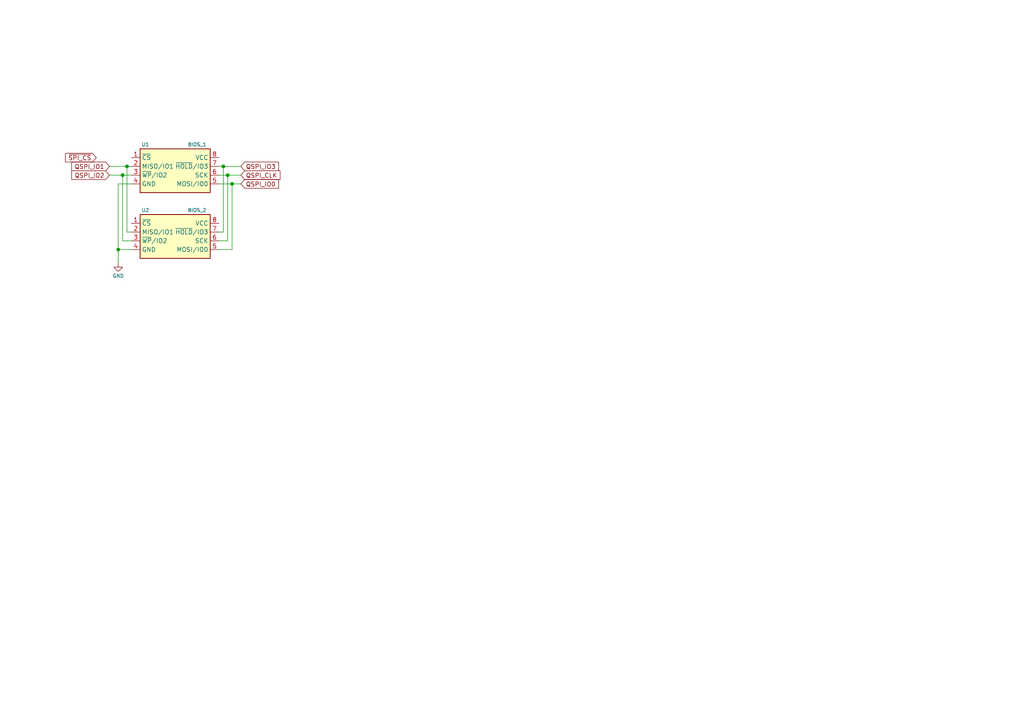
<source format=kicad_sch>
(kicad_sch (version 20231120) (generator "eeschema") (generator_version "8.0")
  (paper "A4")
  (lib_symbols
    (symbol "SPI_flash_1"
      (property "Reference" "U1" (at -8.636 6.35 0))
      (property "Value" "BIOS_1" (at 6.35 6.35 0))
      (symbol "SPI_flash_1_1_1"
        (rectangle (start -10.16 5.08) (end 10.16 -7.62) (stroke (width 0.254)) (fill (type background)))
        (pin input line (at -12.7 2.54 0) (length 2.54) (name "~{CS}") (number "1"))
        (pin tri_state line (at -12.7 0 0) (length 2.54) (name "MISO/IO1") (number "2"))
        (pin input line (at -12.7 -2.54 0) (length 2.54) (name "~{WP}/IO2") (number "3"))
        (pin power_in line (at -12.7 -5.08 0) (length 2.54) (name "GND") (number "4"))
        (pin input line (at 12.7 -5.08 180) (length 2.54) (name "MOSI/IO0") (number "5"))
        (pin input line (at 12.7 -2.54 180) (length 2.54) (name "SCK") (number "6"))
        (pin input line (at 12.7 0 180) (length 2.54) (name "~{HOLD}/IO3") (number "7"))
        (pin power_in line (at 12.7 2.54 180) (length 2.54) (name "VCC") (number "8"))
      )
    )
    (symbol "power:GND" (power) (pin_numbers hide) (pin_names (offset 0) hide)
      (property "Value" "GND" (at 0 -3.81 0))
      (symbol "GND_0_1"
        (polyline (pts (xy 0 0) (xy 0 -1.27) (xy 1.27 -1.27) (xy 0 -2.54) (xy -1.27 -1.27) (xy 0 -1.27)))
      )
      (symbol "GND_1_1"
        (pin power_in line (at 0 0 270) (length 0) (name "~") (number "1"))
      )
    )
  )
  (junction (at 64.77 48.26))
  (junction (at 35.56 50.8))
  (junction (at 66.04 50.8))
  (junction (at 36.83 48.26))
  (junction (at 67.31 53.34))
  (junction (at 34.29 72.39))
  (wire (pts (xy 63.5 67.31) (xy 64.77 67.31)))
  (wire (pts (xy 63.5 69.85) (xy 66.04 69.85)))
  (wire (pts (xy 34.29 76.2) (xy 34.29 72.39)))
  (wire (pts (xy 67.31 53.34) (xy 67.31 72.39)))
  (wire (pts (xy 69.85 50.8) (xy 66.04 50.8)))
  (wire (pts (xy 34.29 72.39) (xy 34.29 53.34)))
  (wire (pts (xy 63.5 72.39) (xy 67.31 72.39)))
  (wire (pts (xy 36.83 48.26) (xy 36.83 67.31)))
  (wire (pts (xy 38.1 69.85) (xy 35.56 69.85)))
  (wire (pts (xy 38.1 67.31) (xy 36.83 67.31)))
  (wire (pts (xy 34.29 72.39) (xy 38.1 72.39)))
  (wire (pts (xy 66.04 50.8) (xy 66.04 69.85)))
  (wire (pts (xy 64.77 48.26) (xy 64.77 67.31)))
  (wire (pts (xy 67.31 53.34) (xy 63.5 53.34)))
  (wire (pts (xy 64.77 48.26) (xy 63.5 48.26)))
  (wire (pts (xy 34.29 53.34) (xy 38.1 53.34)))
  (wire (pts (xy 31.75 48.26) (xy 36.83 48.26)))
  (wire (pts (xy 35.56 50.8) (xy 35.56 69.85)))
  (wire (pts (xy 35.56 50.8) (xy 38.1 50.8)))
  (wire (pts (xy 69.85 48.26) (xy 64.77 48.26)))
  (wire (pts (xy 66.04 50.8) (xy 63.5 50.8)))
  (wire (pts (xy 69.85 53.34) (xy 67.31 53.34)))
  (wire (pts (xy 31.75 50.8) (xy 35.56 50.8)))
  (wire (pts (xy 36.83 48.26) (xy 38.1 48.26)))
  (global_label "QSPI_CLK" (shape input) (at 69.85 50.8 0) (property "Intersheetrefs" "${INTERSHEET_REFS}" (effects (hide yes))))
  (global_label "QSPI_IO0" (shape input) (at 69.85 53.34 0) (property "Intersheetrefs" "${INTERSHEET_REFS}" (effects (hide yes))))
  (global_label "QSPI_IO2" (shape input) (at 31.75 50.8 180) (property "Intersheetrefs" "${INTERSHEET_REFS}" (effects (hide yes))))
  (global_label "~{SPI_CS}" (shape input) (at 27.94 45.72 180) (property "Intersheetrefs" "${INTERSHEET_REFS}" (effects (hide yes))))
  (global_label "QSPI_IO1" (shape input) (at 31.75 48.26 180) (property "Intersheetrefs" "${INTERSHEET_REFS}" (effects (hide yes))))
  (global_label "QSPI_IO3" (shape input) (at 69.85 48.26 0) (property "Intersheetrefs" "${INTERSHEET_REFS}" (effects (hide yes))))
  (symbol (lib_name "SPI_flash_1") (lib_id "A_my_stuff:SPI_flash") (at 50.8 67.31 0) (unit 1)
    (property "Reference" "U2" (at 42.164 60.96 0) (effects (font (size 1.016 1.016))))
    (property "Value" "BIOS_2" (at 57.15 60.96 0) (effects (font (size 1.016 1.016))))
    (property "Footprint" "Package_SO:SOIC-8_5.23x5.23mm_P1.27mm" (effects (hide yes)))
    (property "Datasheet" "http://ww1.microchip.com/downloads/en/DeviceDoc/21832H.pdf" (effects (hide yes)))
    (property "Description" "SPI Serial EEPROM, DIP-8/SOIC-8/TSSOP-8" (effects (hide yes)))
  )
  (symbol (lib_id "power:GND") (at 34.29 76.2 0) (unit 1)
    (property "Reference" "#PWR022" (effects (hide yes)))
    (property "Value" "GND" (at 34.29 80.01 0) (effects (font (size 1.016 1.016))))
  )
  (symbol (lib_name "SPI_flash_1") (lib_id "A_my_stuff:SPI_flash") (at 50.8 48.26 0) (unit 1)
    (property "Reference" "U1" (at 42.164 41.91 0) (effects (font (size 1.016 1.016))))
    (property "Value" "BIOS_1" (at 57.15 41.91 0) (effects (font (size 1.016 1.016))))
    (property "Footprint" "Package_SO:SOIC-8_5.23x5.23mm_P1.27mm" (effects (hide yes)))
    (property "Datasheet" "http://ww1.microchip.com/downloads/en/DeviceDoc/21832H.pdf" (effects (hide yes)))
    (property "Description" "SPI Serial EEPROM, DIP-8/SOIC-8/TSSOP-8" (effects (hide yes)))
  )
)
</source>
